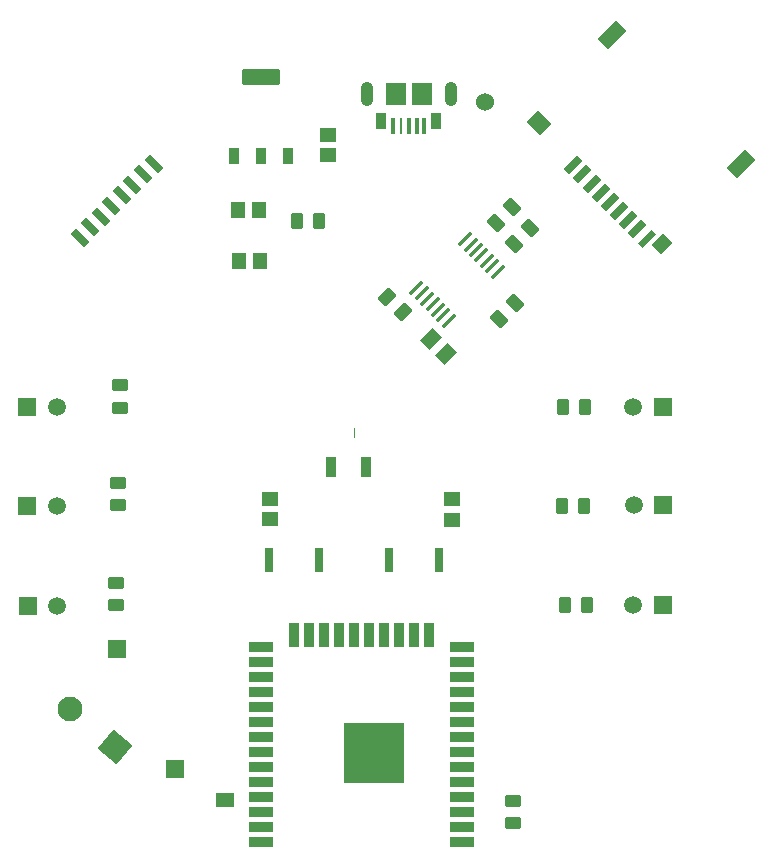
<source format=gbr>
%TF.GenerationSoftware,Altium Limited,Altium Designer,20.0.13 (296)*%
G04 Layer_Color=255*
%FSLAX45Y45*%
%MOMM*%
%TF.FileFunction,Pads,Top*%
%TF.Part,Single*%
G01*
G75*
%TA.AperFunction,SMDPad,CuDef*%
%ADD10R,2.00000X0.90000*%
%ADD11R,0.90000X2.00000*%
%ADD12R,5.08000X5.08000*%
%ADD13R,0.90000X1.45000*%
%ADD14R,1.75000X1.90000*%
%ADD15R,0.40000X1.40000*%
%ADD16R,0.20000X1.40000*%
%ADD17R,0.30000X1.40000*%
G04:AMPARAMS|DCode=18|XSize=0.93mm|YSize=1.31mm|CornerRadius=0.06975mm|HoleSize=0mm|Usage=FLASHONLY|Rotation=0.000|XOffset=0mm|YOffset=0mm|HoleType=Round|Shape=RoundedRectangle|*
%AMROUNDEDRECTD18*
21,1,0.93000,1.17050,0,0,0.0*
21,1,0.79050,1.31000,0,0,0.0*
1,1,0.13950,0.39525,-0.58525*
1,1,0.13950,-0.39525,-0.58525*
1,1,0.13950,-0.39525,0.58525*
1,1,0.13950,0.39525,0.58525*
%
%ADD18ROUNDEDRECTD18*%
G04:AMPARAMS|DCode=19|XSize=3.24mm|YSize=1.31mm|CornerRadius=0.09825mm|HoleSize=0mm|Usage=FLASHONLY|Rotation=0.000|XOffset=0mm|YOffset=0mm|HoleType=Round|Shape=RoundedRectangle|*
%AMROUNDEDRECTD19*
21,1,3.24000,1.11350,0,0,0.0*
21,1,3.04350,1.31000,0,0,0.0*
1,1,0.19650,1.52175,-0.55675*
1,1,0.19650,-1.52175,-0.55675*
1,1,0.19650,-1.52175,0.55675*
1,1,0.19650,1.52175,0.55675*
%
%ADD19ROUNDEDRECTD19*%
G04:AMPARAMS|DCode=20|XSize=0.86mm|YSize=0.12mm|CornerRadius=0.03mm|HoleSize=0mm|Usage=FLASHONLY|Rotation=90.000|XOffset=0mm|YOffset=0mm|HoleType=Round|Shape=RoundedRectangle|*
%AMROUNDEDRECTD20*
21,1,0.86000,0.06000,0,0,90.0*
21,1,0.80000,0.12000,0,0,90.0*
1,1,0.06000,0.03000,0.40000*
1,1,0.06000,0.03000,-0.40000*
1,1,0.06000,-0.03000,-0.40000*
1,1,0.06000,-0.03000,0.40000*
%
%ADD20ROUNDEDRECTD20*%
G04:AMPARAMS|DCode=21|XSize=1.4732mm|YSize=0.3556mm|CornerRadius=0mm|HoleSize=0mm|Usage=FLASHONLY|Rotation=225.000|XOffset=0mm|YOffset=0mm|HoleType=Round|Shape=Rectangle|*
%AMROTATEDRECTD21*
4,1,4,0.39513,0.64658,0.64658,0.39513,-0.39513,-0.64658,-0.64658,-0.39513,0.39513,0.64658,0.0*
%
%ADD21ROTATEDRECTD21*%

G04:AMPARAMS|DCode=22|XSize=0.7mm|YSize=1.6mm|CornerRadius=0mm|HoleSize=0mm|Usage=FLASHONLY|Rotation=135.000|XOffset=0mm|YOffset=0mm|HoleType=Round|Shape=Rectangle|*
%AMROTATEDRECTD22*
4,1,4,0.81318,0.31820,-0.31820,-0.81318,-0.81318,-0.31820,0.31820,0.81318,0.81318,0.31820,0.0*
%
%ADD22ROTATEDRECTD22*%

G04:AMPARAMS|DCode=23|XSize=0.5mm|YSize=1.6mm|CornerRadius=0mm|HoleSize=0mm|Usage=FLASHONLY|Rotation=135.000|XOffset=0mm|YOffset=0mm|HoleType=Round|Shape=Rectangle|*
%AMROTATEDRECTD23*
4,1,4,0.74246,0.38891,-0.38891,-0.74246,-0.74246,-0.38891,0.38891,0.74246,0.74246,0.38891,0.0*
%
%ADD23ROTATEDRECTD23*%

G04:AMPARAMS|DCode=24|XSize=1.1mm|YSize=1.4mm|CornerRadius=0mm|HoleSize=0mm|Usage=FLASHONLY|Rotation=135.000|XOffset=0mm|YOffset=0mm|HoleType=Round|Shape=Rectangle|*
%AMROTATEDRECTD24*
4,1,4,0.88388,0.10607,-0.10607,-0.88388,-0.88388,-0.10607,0.10607,0.88388,0.88388,0.10607,0.0*
%
%ADD24ROTATEDRECTD24*%

G04:AMPARAMS|DCode=25|XSize=1.2mm|YSize=2.2mm|CornerRadius=0mm|HoleSize=0mm|Usage=FLASHONLY|Rotation=135.000|XOffset=0mm|YOffset=0mm|HoleType=Round|Shape=Rectangle|*
%AMROTATEDRECTD25*
4,1,4,1.20208,0.35355,-0.35355,-1.20208,-1.20208,-0.35355,0.35355,1.20208,1.20208,0.35355,0.0*
%
%ADD25ROTATEDRECTD25*%

G04:AMPARAMS|DCode=26|XSize=1.6mm|YSize=1.4mm|CornerRadius=0mm|HoleSize=0mm|Usage=FLASHONLY|Rotation=135.000|XOffset=0mm|YOffset=0mm|HoleType=Round|Shape=Rectangle|*
%AMROTATEDRECTD26*
4,1,4,1.06066,-0.07071,0.07071,-1.06066,-1.06066,0.07071,-0.07071,1.06066,1.06066,-0.07071,0.0*
%
%ADD26ROTATEDRECTD26*%

G04:AMPARAMS|DCode=27|XSize=1mm|YSize=1.42mm|CornerRadius=0.125mm|HoleSize=0mm|Usage=FLASHONLY|Rotation=45.000|XOffset=0mm|YOffset=0mm|HoleType=Round|Shape=RoundedRectangle|*
%AMROUNDEDRECTD27*
21,1,1.00000,1.17000,0,0,45.0*
21,1,0.75000,1.42000,0,0,45.0*
1,1,0.25000,0.67883,-0.14849*
1,1,0.25000,0.14849,-0.67883*
1,1,0.25000,-0.67883,0.14849*
1,1,0.25000,-0.14849,0.67883*
%
%ADD27ROUNDEDRECTD27*%
G04:AMPARAMS|DCode=28|XSize=1mm|YSize=1.42mm|CornerRadius=0.125mm|HoleSize=0mm|Usage=FLASHONLY|Rotation=135.000|XOffset=0mm|YOffset=0mm|HoleType=Round|Shape=RoundedRectangle|*
%AMROUNDEDRECTD28*
21,1,1.00000,1.17000,0,0,135.0*
21,1,0.75000,1.42000,0,0,135.0*
1,1,0.25000,0.14849,0.67883*
1,1,0.25000,0.67883,0.14849*
1,1,0.25000,-0.14849,-0.67883*
1,1,0.25000,-0.67883,-0.14849*
%
%ADD28ROUNDEDRECTD28*%
G04:AMPARAMS|DCode=29|XSize=1.16mm|YSize=1.47mm|CornerRadius=0mm|HoleSize=0mm|Usage=FLASHONLY|Rotation=135.000|XOffset=0mm|YOffset=0mm|HoleType=Round|Shape=Rectangle|*
%AMROTATEDRECTD29*
4,1,4,0.92985,0.10960,-0.10960,-0.92985,-0.92985,-0.10960,0.10960,0.92985,0.92985,0.10960,0.0*
%
%ADD29ROTATEDRECTD29*%

G04:AMPARAMS|DCode=30|XSize=1mm|YSize=1.42mm|CornerRadius=0.125mm|HoleSize=0mm|Usage=FLASHONLY|Rotation=90.000|XOffset=0mm|YOffset=0mm|HoleType=Round|Shape=RoundedRectangle|*
%AMROUNDEDRECTD30*
21,1,1.00000,1.17000,0,0,90.0*
21,1,0.75000,1.42000,0,0,90.0*
1,1,0.25000,0.58500,0.37500*
1,1,0.25000,0.58500,-0.37500*
1,1,0.25000,-0.58500,-0.37500*
1,1,0.25000,-0.58500,0.37500*
%
%ADD30ROUNDEDRECTD30*%
G04:AMPARAMS|DCode=31|XSize=1mm|YSize=1.42mm|CornerRadius=0.125mm|HoleSize=0mm|Usage=FLASHONLY|Rotation=0.000|XOffset=0mm|YOffset=0mm|HoleType=Round|Shape=RoundedRectangle|*
%AMROUNDEDRECTD31*
21,1,1.00000,1.17000,0,0,0.0*
21,1,0.75000,1.42000,0,0,0.0*
1,1,0.25000,0.37500,-0.58500*
1,1,0.25000,-0.37500,-0.58500*
1,1,0.25000,-0.37500,0.58500*
1,1,0.25000,0.37500,0.58500*
%
%ADD31ROUNDEDRECTD31*%
%ADD32R,1.47000X1.16000*%
%ADD33R,1.16000X1.47000*%
%ADD34R,0.80000X2.00000*%
%TA.AperFunction,ViaPad*%
%ADD43C,1.52400*%
%TA.AperFunction,ComponentPad*%
G04:AMPARAMS|DCode=44|XSize=1.6mm|YSize=0.6mm|CornerRadius=0mm|HoleSize=0mm|Usage=FLASHONLY|Rotation=135.000|XOffset=0mm|YOffset=0mm|HoleType=Round|Shape=Rectangle|*
%AMROTATEDRECTD44*
4,1,4,0.77782,-0.35356,0.35356,-0.77782,-0.77782,0.35356,-0.35356,0.77782,0.77782,-0.35356,0.0*
%
%ADD44ROTATEDRECTD44*%

%ADD45R,1.50800X1.50800*%
%ADD46C,1.50800*%
%ADD47R,1.50000X1.50000*%
%ADD48O,1.05000X2.10000*%
%TA.AperFunction,SMDPad,CuDef*%
%ADD49R,0.97000X1.73000*%
%TA.AperFunction,ComponentPad*%
%ADD50R,1.50000X1.50000*%
%ADD51R,1.50000X1.25000*%
%ADD52C,2.10000*%
%ADD53P,2.96985X4X185.0*%
D10*
X11382405Y7035540D02*
D03*
Y6908540D02*
D03*
Y6654540D02*
D03*
Y6527540D02*
D03*
Y6400540D02*
D03*
Y6146540D02*
D03*
Y6019540D02*
D03*
Y5892540D02*
D03*
Y5765540D02*
D03*
Y5638540D02*
D03*
Y5511540D02*
D03*
Y5384540D02*
D03*
X9682405Y7035540D02*
D03*
Y6908540D02*
D03*
Y6781540D02*
D03*
Y6654540D02*
D03*
Y6527540D02*
D03*
Y6400540D02*
D03*
Y6273540D02*
D03*
Y6146540D02*
D03*
Y6019540D02*
D03*
Y5892540D02*
D03*
Y5765540D02*
D03*
Y5638540D02*
D03*
Y5511540D02*
D03*
Y5384540D02*
D03*
X11382405Y6273540D02*
D03*
Y6781540D02*
D03*
D11*
X10468905Y7135540D02*
D03*
X10341905D02*
D03*
X10214905D02*
D03*
X10087905D02*
D03*
X9960905D02*
D03*
X10595905D02*
D03*
X10722905D02*
D03*
X10849905D02*
D03*
X10976905D02*
D03*
X11103905D02*
D03*
D12*
X10634005Y6136640D02*
D03*
D13*
X10698260Y11492000D02*
D03*
X11162260D02*
D03*
D14*
X10817760Y11715000D02*
D03*
X11042760D02*
D03*
D15*
X10800260Y11450000D02*
D03*
X10930260D02*
D03*
X11060260D02*
D03*
D16*
X10865260D02*
D03*
D17*
X10995260D02*
D03*
D18*
X9445860Y11189480D02*
D03*
X9674860D02*
D03*
X9903860D02*
D03*
D19*
X9674860Y11858480D02*
D03*
D20*
X10466000Y8848100D02*
D03*
D21*
X11132014Y9938214D02*
D03*
X11270310Y9799918D02*
D03*
X11223613Y9846616D02*
D03*
X11178711Y9891516D02*
D03*
X11085317Y9984911D02*
D03*
X11040415Y10029813D02*
D03*
X10993718Y10076510D02*
D03*
X11406810Y10489602D02*
D03*
X11453507Y10442904D02*
D03*
X11498409Y10398004D02*
D03*
X11545106Y10351306D02*
D03*
X11591803Y10304609D02*
D03*
X11636705Y10259707D02*
D03*
X11683402Y10213010D02*
D03*
D22*
X12321585Y11114994D02*
D03*
X12399367Y11037211D02*
D03*
X12477149Y10959429D02*
D03*
X12554930Y10881648D02*
D03*
X12632712Y10803867D02*
D03*
X12710495Y10726084D02*
D03*
X12788276Y10648303D02*
D03*
X12866057Y10570521D02*
D03*
D23*
X12943840Y10492740D02*
D03*
D24*
X13071120Y10450313D02*
D03*
D25*
X13742870Y11122064D02*
D03*
X12646855Y12218080D02*
D03*
D26*
X12031672Y11475617D02*
D03*
D27*
X11826314Y9946714D02*
D03*
X11694086Y9814486D02*
D03*
X11953314Y10581714D02*
D03*
X11821086Y10449486D02*
D03*
X11800914Y10759514D02*
D03*
X11668686Y10627286D02*
D03*
D28*
X10749206Y10000054D02*
D03*
X10881434Y9867826D02*
D03*
D29*
X11116315Y9640565D02*
D03*
X11240765Y9516115D02*
D03*
D30*
X8465820Y8235160D02*
D03*
X8465820Y8422160D02*
D03*
X8481060Y9063200D02*
D03*
Y9250200D02*
D03*
X8448040Y7391880D02*
D03*
X8448040Y7578880D02*
D03*
X11811000Y5732300D02*
D03*
Y5545300D02*
D03*
D31*
X12233600Y9067800D02*
D03*
X12420600D02*
D03*
X12250900Y7391400D02*
D03*
X12437900Y7391400D02*
D03*
X12225500Y8229600D02*
D03*
X12412500D02*
D03*
X10170160Y10640060D02*
D03*
X9983160D02*
D03*
D32*
X10248900Y11197220D02*
D03*
Y11373220D02*
D03*
X9753600Y8116200D02*
D03*
Y8292200D02*
D03*
X11295380Y8108580D02*
D03*
Y8284580D02*
D03*
D33*
X9490340Y10304780D02*
D03*
X9666340D02*
D03*
X9484360Y10734040D02*
D03*
X9660360D02*
D03*
D34*
X10166800Y7772400D02*
D03*
X9746800D02*
D03*
X10762800D02*
D03*
X11182800D02*
D03*
D43*
X11574780Y11650980D02*
D03*
D44*
X8320138Y10679798D02*
D03*
X8409940Y10769600D02*
D03*
X8499742Y10859403D02*
D03*
X8589545Y10949205D02*
D03*
X8679348Y11039008D02*
D03*
X8769150Y11128810D02*
D03*
X8230321Y10589981D02*
D03*
X8142328Y10501988D02*
D03*
D45*
X13081000Y9067800D02*
D03*
X13084081Y8238060D02*
D03*
X13081000Y7391400D02*
D03*
X7700740Y9067800D02*
D03*
X7700200Y8232140D02*
D03*
X7705280Y7386320D02*
D03*
D46*
X12831000Y9067800D02*
D03*
X12834081Y8238060D02*
D03*
X12831000Y7391400D02*
D03*
X7950740Y9067800D02*
D03*
X7950200Y8232140D02*
D03*
X7955280Y7386320D02*
D03*
D47*
X8458200Y7015480D02*
D03*
D48*
X10572760Y11715000D02*
D03*
X11287760D02*
D03*
D49*
X10270401Y8559800D02*
D03*
X10566400D02*
D03*
D50*
X8953500Y5999480D02*
D03*
D51*
X9374480Y5742280D02*
D03*
D52*
X8063489Y6510696D02*
D03*
D53*
X8446511Y6189304D02*
D03*
%TF.MD5,a2563609a0164ee6daa08d921a3f4402*%
M02*

</source>
